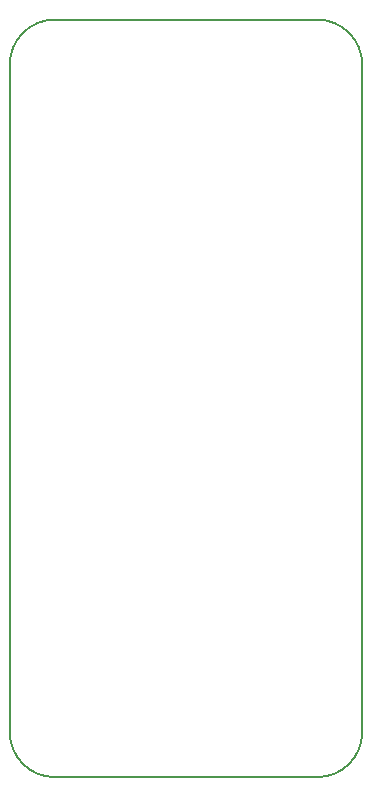
<source format=gko>
%TF.GenerationSoftware,KiCad,Pcbnew,(5.1.10)-1*%
%TF.CreationDate,2021-09-22T20:24:30-07:00*%
%TF.ProjectId,project,70726f6a-6563-4742-9e6b-696361645f70,0.0*%
%TF.SameCoordinates,Original*%
%TF.FileFunction,Profile,NP*%
%FSLAX46Y46*%
G04 Gerber Fmt 4.6, Leading zero omitted, Abs format (unit mm)*
G04 Created by KiCad (PCBNEW (5.1.10)-1) date 2021-09-22 20:24:30*
%MOMM*%
%LPD*%
G01*
G04 APERTURE LIST*
%TA.AperFunction,Profile*%
%ADD10C,0.150000*%
%TD*%
G04 APERTURE END LIST*
D10*
X44704000Y-78994000D02*
X66929000Y-78994000D01*
X44704000Y-143129000D02*
X66929000Y-143129000D01*
X70739000Y-139319000D02*
X70739000Y-82804000D01*
X40894000Y-82804000D02*
X40894000Y-139319000D01*
X40894000Y-82804000D02*
G75*
G02*
X44704000Y-78994000I3810000J0D01*
G01*
X66929000Y-78994000D02*
G75*
G02*
X70739000Y-82804000I0J-3810000D01*
G01*
X70739000Y-139319000D02*
G75*
G02*
X66929000Y-143129000I-3810000J0D01*
G01*
X44704000Y-143129000D02*
G75*
G02*
X40894000Y-139319000I0J3810000D01*
G01*
M02*

</source>
